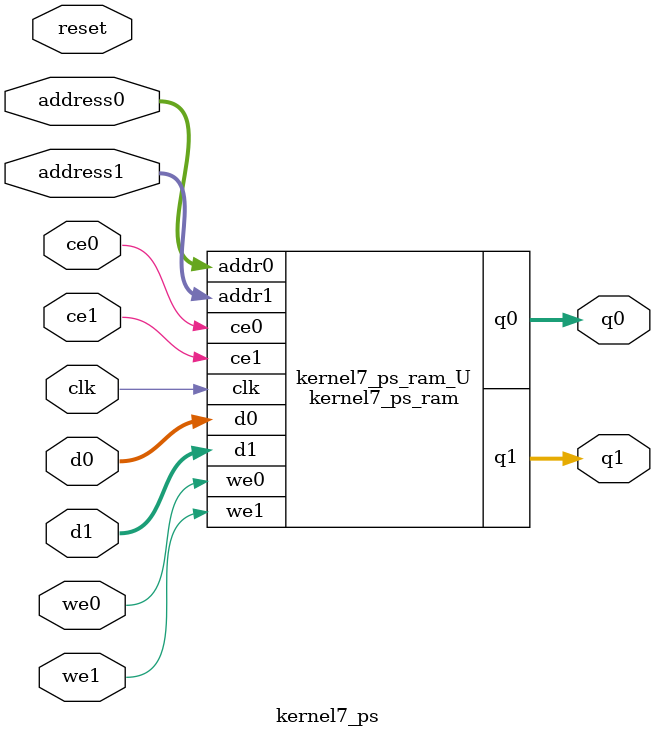
<source format=v>
`timescale 1 ns / 1 ps
module kernel7_ps_ram (addr0, ce0, d0, we0, q0, addr1, ce1, d1, we1, q1,  clk);

parameter DWIDTH = 32;
parameter AWIDTH = 3;
parameter MEM_SIZE = 8;

input[AWIDTH-1:0] addr0;
input ce0;
input[DWIDTH-1:0] d0;
input we0;
output reg[DWIDTH-1:0] q0;
input[AWIDTH-1:0] addr1;
input ce1;
input[DWIDTH-1:0] d1;
input we1;
output reg[DWIDTH-1:0] q1;
input clk;

(* ram_style = "block" *)reg [DWIDTH-1:0] ram[0:MEM_SIZE-1];




always @(posedge clk)  
begin 
    if (ce0) 
    begin
        if (we0) 
        begin 
            ram[addr0] <= d0; 
        end 
        q0 <= ram[addr0];
    end
end


always @(posedge clk)  
begin 
    if (ce1) 
    begin
        if (we1) 
        begin 
            ram[addr1] <= d1; 
        end 
        q1 <= ram[addr1];
    end
end


endmodule

`timescale 1 ns / 1 ps
module kernel7_ps(
    reset,
    clk,
    address0,
    ce0,
    we0,
    d0,
    q0,
    address1,
    ce1,
    we1,
    d1,
    q1);

parameter DataWidth = 32'd32;
parameter AddressRange = 32'd8;
parameter AddressWidth = 32'd3;
input reset;
input clk;
input[AddressWidth - 1:0] address0;
input ce0;
input we0;
input[DataWidth - 1:0] d0;
output[DataWidth - 1:0] q0;
input[AddressWidth - 1:0] address1;
input ce1;
input we1;
input[DataWidth - 1:0] d1;
output[DataWidth - 1:0] q1;



kernel7_ps_ram kernel7_ps_ram_U(
    .clk( clk ),
    .addr0( address0 ),
    .ce0( ce0 ),
    .we0( we0 ),
    .d0( d0 ),
    .q0( q0 ),
    .addr1( address1 ),
    .ce1( ce1 ),
    .we1( we1 ),
    .d1( d1 ),
    .q1( q1 ));

endmodule


</source>
